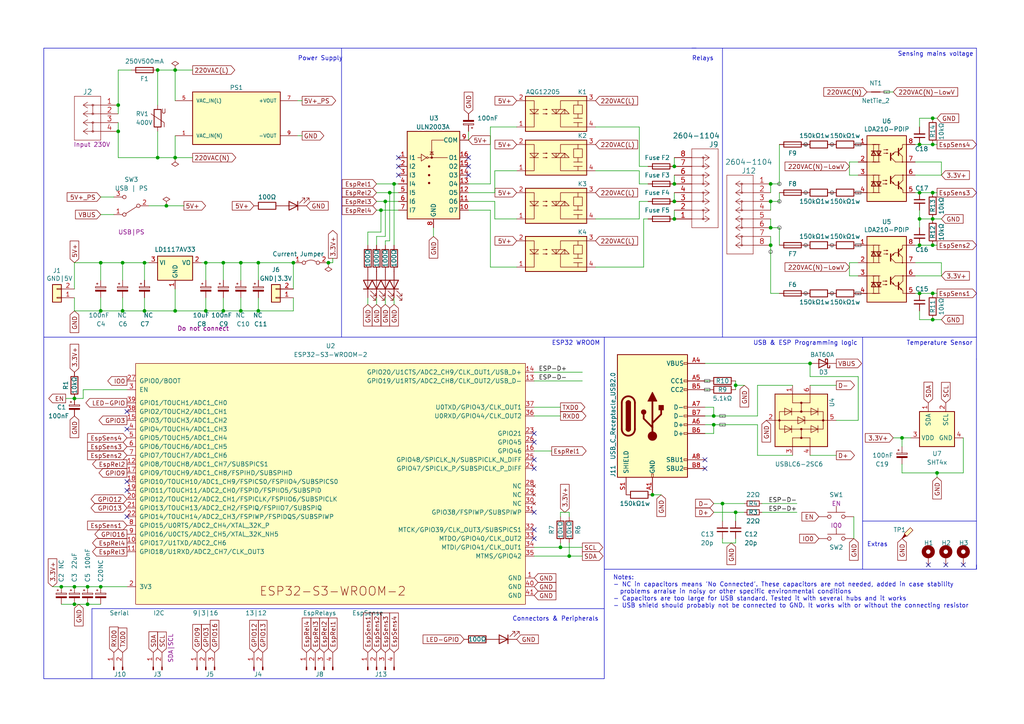
<source format=kicad_sch>
(kicad_sch (version 20230121) (generator eeschema)
  (paper "A4")
  (title_block (title "Home Assistant module for lights control") (date "2023-05-29") (rev "20230529.23"))
  (junction (at 270.51 63.5))
  (junction (at 266.7 85.09))
  (junction (at 21.59 115.57))
  (junction (at 270.51 92.71))
  (junction (at 266.7 63.5))
  (junction (at 165.1 161.29))
  (junction (at 21.59 175.26))
  (junction (at 25.4 175.26))
  (junction (at 41.91 90.17))
  (junction (at 41.91 76.2))
  (junction (at 270.51 71.12))
  (junction (at 59.69 76.2))
  (junction (at 29.21 76.2))
  (junction (at 213.36 148.59))
  (junction (at 35.56 90.17))
  (junction (at 25.4 170.18))
  (junction (at 195.58 48.26))
  (junction (at 223.52 53.34))
  (junction (at 189.23 143.51))
  (junction (at 95.25 76.2))
  (junction (at 223.52 58.42))
  (junction (at 45.72 45.72))
  (junction (at 111.76 58.42))
  (junction (at 271.78 137.16))
  (junction (at 223.52 66.04))
  (junction (at 35.56 76.2))
  (junction (at 69.85 76.2))
  (junction (at 195.58 63.5))
  (junction (at 48.26 59.69))
  (junction (at 17.78 170.18))
  (junction (at 64.77 90.17))
  (junction (at 270.51 41.91))
  (junction (at 113.03 55.88))
  (junction (at 69.85 90.17))
  (junction (at 50.8 45.72))
  (junction (at 110.49 60.96))
  (junction (at 50.8 90.17))
  (junction (at 270.51 85.09))
  (junction (at 270.51 55.88))
  (junction (at 34.29 38.1))
  (junction (at 50.8 20.32))
  (junction (at 195.58 53.34))
  (junction (at 207.01 123.19))
  (junction (at 213.36 111.76))
  (junction (at 59.69 90.17))
  (junction (at 270.51 34.29))
  (junction (at 29.21 90.17))
  (junction (at 21.59 170.18))
  (junction (at 85.09 76.2))
  (junction (at 74.93 76.2))
  (junction (at 29.21 170.18))
  (junction (at 261.62 127))
  (junction (at 266.7 71.12))
  (junction (at 34.29 30.48))
  (junction (at 64.77 76.2))
  (junction (at 195.58 58.42))
  (junction (at 45.72 20.32))
  (junction (at 223.52 71.12))
  (junction (at 207.01 120.65))
  (junction (at 266.7 41.91))
  (junction (at 114.3 53.34))
  (junction (at 266.7 55.88))
  (junction (at 209.55 146.05))
  (junction (at 74.93 90.17))
  (junction (at 162.56 158.75))
  (junction (at 234.95 105.41))
  (no_connect (at 135.89 48.26))
  (no_connect (at 279.4 163.83))
  (no_connect (at 135.89 50.8))
  (no_connect (at 204.47 135.89))
  (no_connect (at 204.47 133.35))
  (no_connect (at 274.32 163.83))
  (no_connect (at 135.89 45.72))
  (no_connect (at 154.94 156.21))
  (no_connect (at 154.94 135.89))
  (no_connect (at 154.94 153.67))
  (no_connect (at 154.94 148.59))
  (no_connect (at 154.94 128.27))
  (no_connect (at 154.94 125.73))
  (no_connect (at 154.94 133.35))
  (no_connect (at 36.83 119.38))
  (no_connect (at 36.83 142.24))
  (no_connect (at 36.83 139.7))
  (no_connect (at 36.83 149.86))
  (no_connect (at 36.83 124.46))
  (no_connect (at 115.57 45.72))
  (no_connect (at 115.57 50.8))
  (no_connect (at 269.24 163.83))
  (no_connect (at 115.57 48.26))
  (polyline (pts (xy 175.26 165.1) (xy 175.26 196.85)))
  (wire (pts (xy 21.59 175.26) (xy 17.78 175.26)))
  (wire (pts (xy 261.62 127) (xy 264.16 127)))
  (wire (pts (xy 259.08 127) (xy 261.62 127)))
  (wire (pts (xy 142.24 77.47) (xy 149.86 77.47)))
  (wire (pts (xy 279.4 127) (xy 279.4 137.16)))
  (wire (pts (xy 187.96 48.26) (xy 185.42 48.26)))
  (wire (pts (xy 270.51 71.12) (xy 266.7 71.12)))
  (wire (pts (xy 64.77 86.36) (xy 64.77 90.17)))
  (wire (pts (xy 106.68 67.31) (xy 106.68 71.12)))
  (wire (pts (xy 204.47 125.73) (xy 207.01 125.73)))
  (wire (pts (xy 185.42 36.83) (xy 172.72 36.83)))
  (wire (pts (xy 21.59 76.2) (xy 21.59 83.82)))
  (wire (pts (xy 45.72 20.32) (xy 50.8 20.32)))
  (wire (pts (xy 259.08 26.67) (xy 256.54 26.67)))
  (wire (pts (xy 219.71 111.76) (xy 229.87 111.76)))
  (wire (pts (xy 64.77 76.2) (xy 69.85 76.2)))
  (wire (pts (xy 209.55 146.05) (xy 215.9 146.05)))
  (wire (pts (xy 109.22 58.42) (xy 111.76 58.42)))
  (wire (pts (xy 266.7 55.88) (xy 265.43 55.88)))
  (wire (pts (xy 226.06 66.04) (xy 223.52 66.04)))
  (wire (pts (xy 207.01 120.65) (xy 207.01 118.11)))
  (wire (pts (xy 154.94 110.49) (xy 168.91 110.49)))
  (polyline (pts (xy 283.21 13.97) (xy 283.21 104.14)))
  (wire (pts (xy 41.91 86.36) (xy 41.91 90.17)))
  (wire (pts (xy 207.01 118.11) (xy 204.47 118.11)))
  (wire (pts (xy 45.72 30.48) (xy 45.72 20.32)))
  (wire (pts (xy 50.8 83.82) (xy 50.8 90.17)))
  (wire (pts (xy 270.51 92.71) (xy 266.7 92.71)))
  (wire (pts (xy 189.23 143.51) (xy 191.77 143.51)))
  (wire (pts (xy 185.42 63.5) (xy 185.42 58.42)))
  (wire (pts (xy 135.89 58.42) (xy 143.51 58.42)))
  (wire (pts (xy 226.06 55.88) (xy 226.06 58.42)))
  (wire (pts (xy 58.42 76.2) (xy 59.69 76.2)))
  (wire (pts (xy 186.69 77.47) (xy 172.72 77.47)))
  (wire (pts (xy 96.52 74.93) (xy 96.52 76.2)))
  (wire (pts (xy 21.59 90.17) (xy 29.21 90.17)))
  (wire (pts (xy 109.22 53.34) (xy 114.3 53.34)))
  (polyline (pts (xy 250.19 97.79) (xy 250.19 165.1)))
  (wire (pts (xy 35.56 76.2) (xy 35.56 81.28)))
  (wire (pts (xy 168.91 158.75) (xy 162.56 158.75)))
  (wire (pts (xy 271.78 85.09) (xy 270.51 85.09)))
  (wire (pts (xy 48.26 59.69) (xy 53.34 59.69)))
  (polyline (pts (xy 175.26 97.79) (xy 175.26 165.1)))
  (wire (pts (xy 29.21 57.15) (xy 33.02 57.15)))
  (wire (pts (xy 113.03 55.88) (xy 113.03 69.85)))
  (wire (pts (xy 261.62 137.16) (xy 271.78 137.16)))
  (polyline (pts (xy 283.21 165.1) (xy 283.21 163.83)))
  (wire (pts (xy 135.89 55.88) (xy 143.51 55.88)))
  (wire (pts (xy 45.72 38.1) (xy 45.72 45.72)))
  (wire (pts (xy 270.51 63.5) (xy 266.7 63.5)))
  (wire (pts (xy 266.7 34.29) (xy 270.51 34.29)))
  (wire (pts (xy 266.7 66.04) (xy 266.7 63.5)))
  (wire (pts (xy 187.96 53.34) (xy 185.42 53.34)))
  (wire (pts (xy 223.52 71.12) (xy 223.52 85.09)))
  (wire (pts (xy 34.29 35.56) (xy 34.29 38.1)))
  (wire (pts (xy 111.76 88.265) (xy 111.76 86.36)))
  (polyline (pts (xy 209.55 13.97) (xy 209.55 97.79)))
  (wire (pts (xy 185.42 58.42) (xy 187.96 58.42)))
  (wire (pts (xy 271.78 34.29) (xy 270.51 34.29)))
  (polyline (pts (xy 175.26 97.79) (xy 283.21 97.79)))
  (wire (pts (xy 209.55 146.05) (xy 209.55 151.13)))
  (polyline (pts (xy 250.19 151.13) (xy 283.21 151.13)))
  (wire (pts (xy 106.68 88.265) (xy 106.68 86.36)))
  (wire (pts (xy 19.05 115.57) (xy 21.59 115.57)))
  (wire (pts (xy 69.85 76.2) (xy 69.85 81.28)))
  (wire (pts (xy 21.59 86.36) (xy 21.59 90.17)))
  (wire (pts (xy 271.78 137.16) (xy 271.78 138.43)))
  (wire (pts (xy 29.21 90.17) (xy 35.56 90.17)))
  (wire (pts (xy 219.71 123.19) (xy 219.71 132.08)))
  (wire (pts (xy 279.4 137.16) (xy 271.78 137.16)))
  (wire (pts (xy 29.21 170.18) (xy 36.83 170.18)))
  (wire (pts (xy 273.05 80.01) (xy 265.43 80.01)))
  (polyline (pts (xy 26.67 196.85) (xy 26.67 176.53)))
  (wire (pts (xy 261.62 134.62) (xy 261.62 137.16)))
  (wire (pts (xy 143.51 49.53) (xy 143.51 55.88)))
  (wire (pts (xy 74.93 76.2) (xy 74.93 81.28)))
  (wire (pts (xy 111.76 68.58) (xy 109.22 68.58)))
  (wire (pts (xy 35.56 76.2) (xy 41.91 76.2)))
  (wire (pts (xy 109.22 68.58) (xy 109.22 71.12)))
  (wire (pts (xy 172.72 63.5) (xy 185.42 63.5)))
  (wire (pts (xy 247.65 149.86) (xy 247.65 156.21)))
  (wire (pts (xy 213.36 156.21) (xy 213.36 157.48)))
  (wire (pts (xy 74.93 90.17) (xy 85.09 90.17)))
  (polyline (pts (xy 201.93 13.97) (xy 200.66 13.97)))
  (wire (pts (xy 209.55 157.48) (xy 213.36 157.48)))
  (wire (pts (xy 50.8 20.32) (xy 50.8 29.21)))
  (wire (pts (xy 34.29 38.1) (xy 34.29 45.72)))
  (wire (pts (xy 168.91 161.29) (xy 165.1 161.29)))
  (wire (pts (xy 213.36 110.49) (xy 213.36 111.76)))
  (wire (pts (xy 50.8 90.17) (xy 59.69 90.17)))
  (wire (pts (xy 21.59 170.18) (xy 25.4 170.18)))
  (wire (pts (xy 142.24 53.34) (xy 135.89 53.34)))
  (wire (pts (xy 266.7 92.71) (xy 266.7 90.17)))
  (wire (pts (xy 59.69 90.17) (xy 64.77 90.17)))
  (wire (pts (xy 111.76 69.85) (xy 111.76 71.12)))
  (wire (pts (xy 226.06 71.12) (xy 226.06 66.04)))
  (wire (pts (xy 15.24 170.18) (xy 17.78 170.18)))
  (wire (pts (xy 246.38 76.2) (xy 248.92 76.2)))
  (wire (pts (xy 213.36 111.76) (xy 213.36 113.03)))
  (wire (pts (xy 85.09 86.36) (xy 85.09 90.17)))
  (wire (pts (xy 74.93 86.36) (xy 74.93 90.17)))
  (wire (pts (xy 17.78 170.18) (xy 21.59 170.18)))
  (wire (pts (xy 270.51 85.09) (xy 266.7 85.09)))
  (wire (pts (xy 185.42 49.53) (xy 172.72 49.53)))
  (wire (pts (xy 110.49 60.96) (xy 115.57 60.96)))
  (wire (pts (xy 205.74 110.49) (xy 204.47 110.49)))
  (wire (pts (xy 162.56 158.75) (xy 154.94 158.75)))
  (wire (pts (xy 273.05 92.71) (xy 270.51 92.71)))
  (wire (pts (xy 229.87 132.08) (xy 219.71 132.08)))
  (wire (pts (xy 25.4 175.26) (xy 29.21 175.26)))
  (wire (pts (xy 223.52 85.09) (xy 226.06 85.09)))
  (wire (pts (xy 187.96 63.5) (xy 186.69 63.5)))
  (wire (pts (xy 246.38 50.8) (xy 246.38 46.99)))
  (wire (pts (xy 213.36 111.76) (xy 215.9 111.76)))
  (wire (pts (xy 41.91 76.2) (xy 41.91 81.28)))
  (wire (pts (xy 195.58 53.34) (xy 195.58 50.8)))
  (wire (pts (xy 195.58 63.5) (xy 195.58 60.96)))
  (wire (pts (xy 114.3 88.265) (xy 114.3 86.36)))
  (wire (pts (xy 223.52 60.96) (xy 223.52 58.42)))
  (wire (pts (xy 266.7 36.83) (xy 266.7 34.29)))
  (wire (pts (xy 271.78 71.12) (xy 270.51 71.12)))
  (wire (pts (xy 29.21 76.2) (xy 35.56 76.2)))
  (wire (pts (xy 242.57 132.08) (xy 234.95 132.08)))
  (wire (pts (xy 273.05 50.8) (xy 273.05 46.99)))
  (wire (pts (xy 29.21 76.2) (xy 29.21 81.28)))
  (wire (pts (xy 86.36 29.21) (xy 87.63 29.21)))
  (wire (pts (xy 59.69 86.36) (xy 59.69 90.17)))
  (wire (pts (xy 85.09 83.82) (xy 85.09 76.2)))
  (wire (pts (xy 213.36 148.59) (xy 215.9 148.59)))
  (polyline (pts (xy 12.7 196.85) (xy 175.26 196.85)))
  (wire (pts (xy 154.94 107.95) (xy 168.91 107.95)))
  (wire (pts (xy 29.21 62.23) (xy 33.02 62.23)))
  (wire (pts (xy 246.38 46.99) (xy 248.92 46.99)))
  (wire (pts (xy 34.29 30.48) (xy 34.29 20.32)))
  (wire (pts (xy 266.7 63.5) (xy 266.7 60.96)))
  (wire (pts (xy 246.38 80.01) (xy 246.38 76.2)))
  (polyline (pts (xy 12.7 97.79) (xy 175.26 97.79)))
  (wire (pts (xy 273.05 76.2) (xy 265.43 76.2)))
  (wire (pts (xy 111.76 58.42) (xy 115.57 58.42)))
  (wire (pts (xy 273.05 63.5) (xy 270.51 63.5)))
  (wire (pts (xy 114.3 53.34) (xy 115.57 53.34)))
  (wire (pts (xy 223.52 66.04) (xy 223.52 63.5)))
  (wire (pts (xy 69.85 90.17) (xy 74.93 90.17)))
  (wire (pts (xy 231.14 146.05) (xy 220.98 146.05)))
  (wire (pts (xy 223.52 55.88) (xy 223.52 53.34)))
  (wire (pts (xy 21.59 76.2) (xy 29.21 76.2)))
  (wire (pts (xy 135.89 40.64) (xy 135.89 38.1)))
  (wire (pts (xy 109.22 88.265) (xy 109.22 86.36)))
  (wire (pts (xy 204.47 123.19) (xy 207.01 123.19)))
  (wire (pts (xy 35.56 86.36) (xy 35.56 90.17)))
  (wire (pts (xy 35.56 90.17) (xy 41.91 90.17)))
  (wire (pts (xy 110.49 60.96) (xy 110.49 67.31)))
  (wire (pts (xy 261.62 127) (xy 261.62 129.54)))
  (wire (pts (xy 64.77 90.17) (xy 69.85 90.17)))
  (wire (pts (xy 149.86 36.83) (xy 142.24 36.83)))
  (wire (pts (xy 25.4 170.18) (xy 29.21 170.18)))
  (wire (pts (xy 135.89 60.96) (xy 142.24 60.96)))
  (polyline (pts (xy 12.7 13.97) (xy 12.7 196.85)))
  (wire (pts (xy 226.06 41.91) (xy 226.06 53.34)))
  (wire (pts (xy 143.51 58.42) (xy 143.51 63.5)))
  (wire (pts (xy 185.42 48.26) (xy 185.42 36.83)))
  (wire (pts (xy 234.95 109.22) (xy 234.95 105.41)))
  (wire (pts (xy 165.1 161.29) (xy 154.94 161.29)))
  (polyline (pts (xy 99.06 13.97) (xy 99.06 97.79)))
  (wire (pts (xy 273.05 50.8) (xy 265.43 50.8)))
  (wire (pts (xy 207.01 148.59) (xy 213.36 148.59)))
  (wire (pts (xy 266.7 41.91) (xy 265.43 41.91)))
  (wire (pts (xy 24.13 113.03) (xy 36.83 113.03)))
  (wire (pts (xy 109.22 55.88) (xy 113.03 55.88)))
  (wire (pts (xy 113.03 55.88) (xy 115.57 55.88)))
  (polyline (pts (xy 175.26 165.1) (xy 175.26 165.1)))
  (wire (pts (xy 41.91 76.2) (xy 43.18 76.2)))
  (wire (pts (xy 50.8 20.32) (xy 55.88 20.32)))
  (wire (pts (xy 74.93 76.2) (xy 85.09 76.2)))
  (wire (pts (xy 219.71 111.76) (xy 219.71 120.65)))
  (wire (pts (xy 165.1 148.59) (xy 162.56 148.59)))
  (wire (pts (xy 109.22 60.96) (xy 110.49 60.96)))
  (wire (pts (xy 162.56 118.11) (xy 154.94 118.11)))
  (wire (pts (xy 226.06 58.42) (xy 223.52 58.42)))
  (wire (pts (xy 242.57 121.92) (xy 248.92 121.92)))
  (wire (pts (xy 271.78 55.88) (xy 270.51 55.88)))
  (wire (pts (xy 165.1 149.86) (xy 165.1 148.59)))
  (wire (pts (xy 59.69 76.2) (xy 64.77 76.2)))
  (wire (pts (xy 69.85 86.36) (xy 69.85 90.17)))
  (wire (pts (xy 24.13 113.03) (xy 24.13 115.57)))
  (wire (pts (xy 266.7 85.09) (xy 265.43 85.09)))
  (wire (pts (xy 59.69 76.2) (xy 59.69 81.28)))
  (polyline (pts (xy 283.21 104.14) (xy 283.21 165.1)))
  (wire (pts (xy 223.52 71.12) (xy 223.52 68.58)))
  (wire (pts (xy 43.18 59.69) (xy 48.26 59.69)))
  (wire (pts (xy 114.3 53.34) (xy 114.3 71.12)))
  (wire (pts (xy 113.03 69.85) (xy 111.76 69.85)))
  (wire (pts (xy 186.69 63.5) (xy 186.69 77.47)))
  (wire (pts (xy 34.29 45.72) (xy 45.72 45.72)))
  (wire (pts (xy 50.8 45.72) (xy 55.88 45.72)))
  (wire (pts (xy 185.42 53.34) (xy 185.42 49.53)))
  (wire (pts (xy 231.14 148.59) (xy 220.98 148.59)))
  (wire (pts (xy 111.76 58.42) (xy 111.76 68.58)))
  (wire (pts (xy 195.58 48.26) (xy 195.58 45.72)))
  (wire (pts (xy 34.29 20.32) (xy 38.1 20.32)))
  (wire (pts (xy 125.73 68.58) (xy 125.73 66.04)))
  (wire (pts (xy 110.49 67.31) (xy 106.68 67.31)))
  (polyline (pts (xy 26.67 176.53) (xy 175.26 176.53)))
  (wire (pts (xy 86.36 39.37) (xy 87.63 39.37)))
  (wire (pts (xy 204.47 120.65) (xy 207.01 120.65)))
  (wire (pts (xy 143.51 49.53) (xy 149.86 49.53)))
  (wire (pts (xy 219.71 123.19) (xy 207.01 123.19)))
  (wire (pts (xy 204.47 105.41) (xy 234.95 105.41)))
  (wire (pts (xy 270.51 55.88) (xy 266.7 55.88)))
  (wire (pts (xy 226.06 53.34) (xy 223.52 53.34)))
  (wire (pts (xy 50.8 45.72) (xy 50.8 39.37)))
  (wire (pts (xy 242.57 111.76) (xy 234.95 111.76)))
  (wire (pts (xy 273.05 46.99) (xy 265.43 46.99)))
  (wire (pts (xy 96.52 76.2) (xy 95.25 76.2)))
  (wire (pts (xy 25.4 175.26) (xy 21.59 175.26)))
  (wire (pts (xy 165.1 157.48) (xy 165.1 161.29)))
  (wire (pts (xy 248.92 80.01) (xy 246.38 80.01)))
  (wire (pts (xy 64.77 76.2) (xy 64.77 81.28)))
  (wire (pts (xy 162.56 148.59) (xy 162.56 149.86)))
  (wire (pts (xy 273.05 80.01) (xy 273.05 76.2)))
  (wire (pts (xy 162.56 157.48) (xy 162.56 158.75)))
  (wire (pts (xy 34.29 30.48) (xy 34.29 33.02)))
  (wire (pts (xy 270.51 41.91) (xy 266.7 41.91)))
  (wire (pts (xy 213.36 148.59) (xy 213.36 151.13)))
  (wire (pts (xy 219.71 120.65) (xy 207.01 120.65)))
  (wire (pts (xy 69.85 76.2) (xy 74.93 76.2)))
  (wire (pts (xy 41.91 90.17) (xy 50.8 90.17)))
  (wire (pts (xy 29.21 86.36) (xy 29.21 90.17)))
  (wire (pts (xy 205.74 113.03) (xy 204.47 113.03)))
  (wire (pts (xy 207.01 125.73) (xy 207.01 123.19)))
  (wire (pts (xy 24.13 115.57) (xy 21.59 115.57)))
  (wire (pts (xy 266.7 71.12) (xy 265.43 71.12)))
  (wire (pts (xy 162.56 120.65) (xy 154.94 120.65)))
  (polyline (pts (xy 12.7 13.97) (xy 283.21 13.97)))
  (wire (pts (xy 207.01 146.05) (xy 209.55 146.05)))
  (wire (pts (xy 149.86 63.5) (xy 143.51 63.5)))
  (wire (pts (xy 45.72 45.72) (xy 50.8 45.72)))
  (wire (pts (xy 195.58 58.42) (xy 195.58 55.88)))
  (wire (pts (xy 248.92 50.8) (xy 246.38 50.8)))
  (wire (pts (xy 142.24 36.83) (xy 142.24 53.34)))
  (wire (pts (xy 248.92 121.92) (xy 248.92 109.22)))
  (wire (pts (xy 209.55 156.21) (xy 209.55 157.48)))
  (wire (pts (xy 248.92 109.22) (xy 234.95 109.22)))
  (wire (pts (xy 160.02 130.81) (xy 154.94 130.81)))
  (wire (pts (xy 142.24 60.96) (xy 142.24 77.47)))
  (wire (pts (xy 271.78 41.91) (xy 270.51 41.91)))
  (polyline (pts (xy 175.26 165.1) (xy 283.21 165.1)))
  (text "USB & ESP Programming logic" (at 218.44 100.33 0) (effects (font (size 1.27 1.27)) (justify left bottom)))
  (text "Relays" (at 200.66 17.78 0) (effects (font (size 1.27 1.27)) (justify left bottom)))
  (text "Temperature Sensor" (at 262.89 100.33 0) (effects (font (size 1.27 1.27)) (justify left bottom)))
  (text "Power Supply" (at 86.36 17.78 0) (effects (font (size 1.27 1.27)) (justify left bottom)))
  (text "Extras" (at 251.46 158.75 0) (effects (font (size 1.27 1.27)) (justify left bottom)))
  (text "Connectors & Peripherals" (at 148.59 180.34 0) (effects (font (size 1.27 1.27)) (justify left bottom)))
  (text "ESP32 WROOM\n" (at 160.02 100.33 0) (effects (font (size 1.27 1.27)) (justify left bottom)))
  (text "Notes:\n- NC in capacitors means 'No Connected'. These capacitors are not needed, added in case stability \n  problems arraise in noisy or other specific environmental conditions\n- Capacitors are too large for USB standard. Tested it with several hubs and it works\n- USB shield should probably not be connected to GND. It works with or without the connecting resistor" (at 177.8 176.53 0) (effects (font (size 1.27 1.27)) (justify left bottom)))
  (text "Sensing mains voltage" (at 260.35 16.51 0) (effects (font (size 1.27 1.27)) (justify left bottom)))
  (label "ESP-D+" (at 156.21 107.95 0))
  (label "ESP-D-" (at 156.21 110.49 0))
  (label "ESP-D-" (at 231.14 146.05 180))
  (label "ESP-D+" (at 231.14 148.59 180))
  (global_label "3.3V+" (shape input) (at 21.59 107.95 90) (property "Intersheetrefs" "${INTERSHEET_REFS}" (effects hide)))
  (global_label "GND" (shape input) (at 212.09 157.48 270) (property "Intersheetrefs" "${INTERSHEET_REFS}" (effects hide)))
  (global_label "GPIO9" (shape input) (at 57.15 189.23 90) (property "Intersheetrefs" "${INTERSHEET_REFS}" (effects hide)))
  (global_label "EspRel2" (shape input) (at 93.98 189.23 90) (property "Intersheetrefs" "${INTERSHEET_REFS}" (effects hide)))
  (global_label "GND" (shape input) (at 154.94 167.64 0) (property "Intersheetrefs" "${INTERSHEET_REFS}" (effects hide)))
  (global_label "GND" (shape input) (at 271.78 34.29 0) (property "Intersheetrefs" "${INTERSHEET_REFS}" (effects hide)))
  (global_label "220VAC(L)" (shape output) (at 55.88 20.32 0) (property "Intersheetrefs" "${INTERSHEET_REFS}" (effects hide)))
  (global_label "VBUS" (shape input) (at 29.21 62.23 180) (property "Intersheetrefs" "${INTERSHEET_REFS}" (effects hide)))
  (global_label "EN" (shape output) (at 19.05 115.57 180) (property "Intersheetrefs" "${INTERSHEET_REFS}" (effects hide)))
  (global_label "5V+" (shape input) (at 149.86 41.91 180) (property "Intersheetrefs" "${INTERSHEET_REFS}" (effects hide)))
  (global_label "220VAC(L)" (shape input) (at 172.72 69.85 0) (property "Intersheetrefs" "${INTERSHEET_REFS}" (effects hide)))
  (global_label "EspSens3" (shape output) (at 271.78 55.88 0) (property "Intersheetrefs" "${INTERSHEET_REFS}" (effects hide)))
  (global_label "5V+" (shape input) (at 149.86 69.85 180) (property "Intersheetrefs" "${INTERSHEET_REFS}" (effects hide)))
  (global_label "SDA" (shape input) (at 44.45 189.23 90) (property "Intersheetrefs" "${INTERSHEET_REFS}" (effects hide)))
  (global_label "RXD0" (shape output) (at 162.56 120.65 0) (property "Intersheetrefs" "${INTERSHEET_REFS}" (effects hide)))
  (global_label "GND" (shape input) (at 21.59 120.65 270) (property "Intersheetrefs" "${INTERSHEET_REFS}" (effects hide)))
  (global_label "RXD0" (shape input) (at 33.02 189.23 90) (property "Intersheetrefs" "${INTERSHEET_REFS}" (effects hide)))
  (global_label "5V+_PS" (shape output) (at 87.63 29.21 0) (property "Intersheetrefs" "${INTERSHEET_REFS}" (effects hide)))
  (global_label "GND" (shape input) (at 271.78 138.43 270) (property "Intersheetrefs" "${INTERSHEET_REFS}" (effects hide)))
  (global_label "220VAC(N)-LowV" (shape input) (at 246.38 48.26 180) (property "Intersheetrefs" "${INTERSHEET_REFS}" (effects hide)))
  (global_label "220VAC(N)-LowV" (shape input) (at 259.08 26.67 0) (property "Intersheetrefs" "${INTERSHEET_REFS}" (effects hide)))
  (global_label "TXD0" (shape input) (at 35.56 189.23 90) (property "Intersheetrefs" "${INTERSHEET_REFS}" (effects hide)))
  (global_label "GND" (shape input) (at 261.62 156.21 270) (property "Intersheetrefs" "${INTERSHEET_REFS}" (effects hide)))
  (global_label "EspRel1" (shape input) (at 109.22 53.34 180) (property "Intersheetrefs" "${INTERSHEET_REFS}" (effects hide)))
  (global_label "SDA" (shape input) (at 269.24 116.84 90) (property "Intersheetrefs" "${INTERSHEET_REFS}" (effects hide)))
  (global_label "GND" (shape input) (at 191.77 143.51 270) (property "Intersheetrefs" "${INTERSHEET_REFS}" (effects hide)))
  (global_label "GND" (shape input) (at 109.22 88.265 270) (property "Intersheetrefs" "${INTERSHEET_REFS}" (effects hide)))
  (global_label "SDA" (shape output) (at 168.91 161.29 0) (property "Intersheetrefs" "${INTERSHEET_REFS}" (effects hide)))
  (global_label "EspSens3" (shape input) (at 111.76 189.23 90) (property "Intersheetrefs" "${INTERSHEET_REFS}" (effects hide)))
  (global_label "D+" (shape output) (at 242.57 132.08 0) (property "Intersheetrefs" "${INTERSHEET_REFS}" (effects hide)))
  (global_label "220VAC(N)" (shape input) (at 251.46 26.67 180) (property "Intersheetrefs" "${INTERSHEET_REFS}" (effects hide)))
  (global_label "EspSens1" (shape input) (at 106.68 189.23 90) (property "Intersheetrefs" "${INTERSHEET_REFS}" (effects hide)))
  (global_label "GND" (shape input) (at 247.65 156.21 270) (property "Intersheetrefs" "${INTERSHEET_REFS}" (effects hide)))
  (global_label "IO0" (shape output) (at 36.83 110.49 180) (property "Intersheetrefs" "${INTERSHEET_REFS}" (effects hide)))
  (global_label "3.3V+" (shape input) (at 259.08 127 180) (property "Intersheetrefs" "${INTERSHEET_REFS}" (effects hide)))
  (global_label "GND" (shape input) (at 149.86 185.42 0) (property "Intersheetrefs" "${INTERSHEET_REFS}" (effects hide)))
  (global_label "LED-GPIO" (shape input) (at 134.62 185.42 180) (property "Intersheetrefs" "${INTERSHEET_REFS}" (effects hide)))
  (global_label "EspSens2" (shape output) (at 271.78 71.12 0) (property "Intersheetrefs" "${INTERSHEET_REFS}" (effects hide)))
  (global_label "5V+" (shape input) (at 21.59 76.2 90) (property "Intersheetrefs" "${INTERSHEET_REFS}" (effects hide)))
  (global_label "220VAC(L)" (shape input) (at 172.72 41.91 0) (property "Intersheetrefs" "${INTERSHEET_REFS}" (effects hide)))
  (global_label "GND" (shape input) (at 215.9 111.76 270) (property "Intersheetrefs" "${INTERSHEET_REFS}" (effects hide)))
  (global_label "D-" (shape input) (at 207.01 146.05 180) (property "Intersheetrefs" "${INTERSHEET_REFS}" (effects hide)))
  (global_label "GND" (shape output) (at 87.63 39.37 0) (property "Intersheetrefs" "${INTERSHEET_REFS}" (effects hide)))
  (global_label "GND" (shape input) (at 21.59 90.17 270) (property "Intersheetrefs" "${INTERSHEET_REFS}" (effects hide)))
  (global_label "5V+" (shape input) (at 73.66 59.69 180) (property "Intersheetrefs" "${INTERSHEET_REFS}" (effects hide)))
  (global_label "5V+" (shape input) (at 135.89 40.64 0) (property "Intersheetrefs" "${INTERSHEET_REFS}" (effects hide)))
  (global_label "EspRel4" (shape input) (at 109.22 60.96 180) (property "Intersheetrefs" "${INTERSHEET_REFS}" (effects hide)))
  (global_label "5V+" (shape input) (at 149.86 55.88 180) (property "Intersheetrefs" "${INTERSHEET_REFS}" (effects hide)))
  (global_label "3.3V+" (shape input) (at 273.05 80.01 0) (property "Intersheetrefs" "${INTERSHEET_REFS}" (effects hide)))
  (global_label "EspRel3" (shape input) (at 91.44 189.23 90) (property "Intersheetrefs" "${INTERSHEET_REFS}" (effects hide)))
  (global_label "EspRel4" (shape output) (at 36.83 157.48 180) (property "Intersheetrefs" "${INTERSHEET_REFS}" (effects hide)))
  (global_label "SCL" (shape input) (at 46.99 189.23 90) (property "Intersheetrefs" "${INTERSHEET_REFS}" (effects hide)))
  (global_label "VBUS" (shape output) (at 242.57 105.41 0) (property "Intersheetrefs" "${INTERSHEET_REFS}" (effects hide)))
  (global_label "GND" (shape input) (at 273.05 63.5 0) (property "Intersheetrefs" "${INTERSHEET_REFS}" (effects hide)))
  (global_label "GND" (shape input) (at 154.94 170.18 0) (property "Intersheetrefs" "${INTERSHEET_REFS}" (effects hide)))
  (global_label "GND" (shape input) (at 154.94 172.72 0) (property "Intersheetrefs" "${INTERSHEET_REFS}" (effects hide)))
  (global_label "GPIO13" (shape input) (at 76.2 189.23 90) (property "Intersheetrefs" "${INTERSHEET_REFS}" (effects hide)))
  (global_label "GND" (shape input) (at 22.86 175.26 270) (property "Intersheetrefs" "${INTERSHEET_REFS}" (effects hide)))
  (global_label "GND" (shape input) (at 114.3 88.265 270) (property "Intersheetrefs" "${INTERSHEET_REFS}" (effects hide)))
  (global_label "EspRel2" (shape input) (at 109.22 55.88 180) (property "Intersheetrefs" "${INTERSHEET_REFS}" (effects hide)))
  (global_label "IO0" (shape input) (at 237.49 156.21 180) (property "Intersheetrefs" "${INTERSHEET_REFS}" (effects hide)))
  (global_label "GND" (shape input) (at 125.73 68.58 270) (property "Intersheetrefs" "${INTERSHEET_REFS}" (effects hide)))
  (global_label "EspRel1" (shape output) (at 160.02 130.81 0) (property "Intersheetrefs" "${INTERSHEET_REFS}" (effects hide)))
  (global_label "EspSens1" (shape output) (at 271.78 85.09 0) (property "Intersheetrefs" "${INTERSHEET_REFS}" (effects hide)))
  (global_label "3.3V+" (shape output) (at 96.52 74.93 90) (property "Intersheetrefs" "${INTERSHEET_REFS}" (effects hide)))
  (global_label "EspSens2" (shape input) (at 109.22 189.23 90) (property "Intersheetrefs" "${INTERSHEET_REFS}" (effects hide)))
  (global_label "5V+_PS" (shape input) (at 29.21 57.15 180) (property "Intersheetrefs" "${INTERSHEET_REFS}" (effects hide)))
  (global_label "3.3V+" (shape input) (at 163.83 148.59 90) (property "Intersheetrefs" "${INTERSHEET_REFS}" (effects hide)))
  (global_label "3.3V+" (shape input) (at 15.24 170.18 90) (property "Intersheetrefs" "${INTERSHEET_REFS}" (effects hide)))
  (global_label "GPIO12" (shape input) (at 73.66 189.23 90) (property "Intersheetrefs" "${INTERSHEET_REFS}" (effects hide)))
  (global_label "3.3V+" (shape input) (at 273.05 50.8 0) (property "Intersheetrefs" "${INTERSHEET_REFS}" (effects hide)))
  (global_label "220VAC(L)" (shape input) (at 172.72 29.21 0) (property "Intersheetrefs" "${INTERSHEET_REFS}" (effects hide)))
  (global_label "GPIO12" (shape bidirectional) (at 36.83 144.78 180) (property "Intersheetrefs" "${INTERSHEET_REFS}" (effects hide)))
  (global_label "GPIO9" (shape output) (at 36.83 137.16 180) (property "Intersheetrefs" "${INTERSHEET_REFS}" (effects hide)))
  (global_label "GND" (shape input) (at 88.9 59.69 0) (property "Intersheetrefs" "${INTERSHEET_REFS}" (effects hide)))
  (global_label "GPIO16" (shape output) (at 36.83 154.94 180) (property "Intersheetrefs" "${INTERSHEET_REFS}" (effects hide)))
  (global_label "EspRel3" (shape input) (at 109.22 58.42 180) (property "Intersheetrefs" "${INTERSHEET_REFS}" (effects hide)))
  (global_label "EN" (shape input) (at 237.49 149.86 180) (property "Intersheetrefs" "${INTERSHEET_REFS}" (effects hide)))
  (global_label "5V+" (shape input) (at 149.86 29.21 180) (property "Intersheetrefs" "${INTERSHEET_REFS}" (effects hide)))
  (global_label "GPIO3" (shape input) (at 59.69 189.23 90) (property "Intersheetrefs" "${INTERSHEET_REFS}" (effects hide)))
  (global_label "EspSens3" (shape input) (at 36.83 129.54 180) (property "Intersheetrefs" "${INTERSHEET_REFS}" (effects hide)))
  (global_label "5V+" (shape output) (at 53.34 59.69 0) (property "Intersheetrefs" "${INTERSHEET_REFS}" (effects hide)))
  (global_label "GND" (shape input) (at 273.05 92.71 0) (property "Intersheetrefs" "${INTERSHEET_REFS}" (effects hide)))
  (global_label "D+" (shape input) (at 207.01 148.59 180) (property "Intersheetrefs" "${INTERSHEET_REFS}" (effects hide)))
  (global_label "TXD0" (shape output) (at 162.56 118.11 0) (property "Intersheetrefs" "${INTERSHEET_REFS}" (effects hide)))
  (global_label "220VAC(N)" (shape output) (at 55.88 45.72 0) (property "Intersheetrefs" "${INTERSHEET_REFS}" (effects hide)))
  (global_label "GND" (shape input) (at 222.25 121.92 270) (property "Intersheetrefs" "${INTERSHEET_REFS}" (effects hide)))
  (global_label "EspSens4" (shape input) (at 114.3 189.23 90) (property "Intersheetrefs" "${INTERSHEET_REFS}" (effects hide)))
  (global_label "D-" (shape output) (at 242.57 111.76 0) (property "Intersheetrefs" "${INTERSHEET_REFS}" (effects hide)))
  (global_label "LED-GPIO" (shape output) (at 36.83 116.84 180) (property "Intersheetrefs" "${INTERSHEET_REFS}" (effects hide)))
  (global_label "GND" (shape input) (at 106.68 88.265 270) (property "Intersheetrefs" "${INTERSHEET_REFS}" (effects hide)))
  (global_label "SCL" (shape output) (at 168.91 158.75 0) (property "Intersheetrefs" "${INTERSHEET_REFS}" (effects hide)))
  (global_label "EspRel1" (shape input) (at 96.52 189.23 90) (property "Intersheetrefs" "${INTERSHEET_REFS}" (effects hide)))
  (global_label "EspRel2" (shape output) (at 36.83 134.62 180) (property "Intersheetrefs" "${INTERSHEET_REFS}" (effects hide)))
  (global_label "220VAC(N)-LowV" (shape input) (at 246.38 77.47 180) (property "Intersheetrefs" "${INTERSHEET_REFS}" (effects hide)))
  (global_label "220VAC(L)" (shape input) (at 172.72 55.88 0) (property "Intersheetrefs" "${INTERSHEET_REFS}" (effects hide)))
  (global_label "EspSens4" (shape input) (at 36.83 127 180) (property "Intersheetrefs" "${INTERSHEET_REFS}" (effects hide)))
  (global_label "EspSens2" (shape input) (at 36.83 132.08 180) (property "Intersheetrefs" "${INTERSHEET_REFS}" (effects hide)))
  (global_label "GND" (shape input) (at 111.76 88.265 270) (property "Intersheetrefs" "${INTERSHEET_REFS}" (effects hide)))
  (global_label "EspRel3" (shape output) (at 36.83 160.02 180) (property "Intersheetrefs" "${INTERSHEET_REFS}" (effects hide)))
  (global_label "GND" (shape input) (at 135.89 33.02 90) (property "Intersheetrefs" "${INTERSHEET_REFS}" (effects hide)))
  (global_label "EspSens1" (shape input) (at 36.83 152.4 180) (property "Intersheetrefs" "${INTERSHEET_REFS}" (effects hide)))
  (global_label "SCL" (shape input) (at 274.32 116.84 90) (property "Intersheetrefs" "${INTERSHEET_REFS}" (effects hide)))
  (global_label "EspRel4" (shape input) (at 88.9 189.23 90) (property "Intersheetrefs" "${INTERSHEET_REFS}" (effects hide)))
  (global_label "EspSens4" (shape output) (at 271.78 41.91 0) (property "Intersheetrefs" "${INTERSHEET_REFS}" (effects hide)))
  (global_label "GPIO13" (shape bidirectional) (at 36.83 147.32 180) (property "Intersheetrefs" "${INTERSHEET_REFS}" (effects hide)))
  (global_label "GPIO16" (shape input) (at 62.23 189.23 90) (property "Intersheetrefs" "${INTERSHEET_REFS}" (effects hide)))
  (global_label "GPIO3" (shape output) (at 36.83 121.92 180) (property "Intersheetrefs" "${INTERSHEET_REFS}" (effects hide)))
  (netclass_flag "" (length 0.01) (shape round) (at 241.3 85.09 0) (property "Netclass" "Mains" (effects hide)))
  (netclass_flag "" (length 0.01) (shape round) (at 233.68 41.91 0) (property "Netclass" "Mains" (effects hide)))
  (netclass_flag "" (length 0.01) (shape round) (at 241.3 55.88 0) (property "Netclass" "Mains" (effects hide)))
  (netclass_flag "" (length 0.01) (shape round) (at 233.68 85.09 0) (property "Netclass" "Mains" (effects hide)))
  (netclass_flag "" (length 0.01) (shape round) (at 233.68 55.88 0) (property "Netclass" "Mains" (effects hide)))
  (netclass_flag "" (length 0.01) (shape round) (at 233.68 41.91 0) (property "Netclass" "Mains" (effects hide)))
  (netclass_flag "" (length 0.01) (shape round) (at 241.3 71.12 0) (property "Netclass" "Mains" (effects hide)))
  (netclass_flag "" (length 0.01) (shape rectangle) (at 248.92 85.09 0))
  (netclass_flag "" (length 0.01) (shape round) (at 241.3 41.91 0) (property "Netclass" "Mains" (effects hide)))
  (netclass_flag "" (length 0.01) (shape round) (at 226.06 66.04 0) (property "Netclass" "Mains" (effects hide)))
  (netclass_flag "" (length 0.01) (shape rectangle) (at 257.175 26.67 0))
  (netclass_flag "" (length 0.01) (shape round) (at 233.68 71.12 0) (property "Netclass" "Mains" (effects hide)))
  (netclass_flag "" (length 0.01) (shape rectangle) (at 209.55 123.19 0))
  (netclass_flag "" (length 0.01) (shape rectangle) (at 248.92 71.12 0))
  (netclass_flag "" (length 0.01) (shape rectangle) (at 248.92 55.88 0))
  (netclass_flag "" (length 0.01) (shape round) (at 226.06 58.42 0) (property "Netclass" "Mains" (effects hide)))
  (netclass_flag "" (length 0.01) (shape round) (at 226.06 53.34 0) (property "Netclass" "Mains" (effects hide)))
  (netclass_flag "" (length 0.01) (shape rectangle) (at 205.105 113.03 0))
  (netclass_flag "" (length 0.01) (shape rectangle) (at 205.105 110.49 0) (property "Netclass" "USB" (effects hide)))
  (netclass_flag "" (length 0.01) (shape rectangle) (at 248.92 41.91 0))
  (netclass_flag "" (length 0.01) (shape round) (at 223.52 73.025 0) (property "Netclass" "Mains" (effects hide)))
  (netclass_flag "" (length 0.01) (shape rectangle) (at 209.55 120.65 0))
  (symbol (lib_id "Device:R") (at 245.11 71.12 90) (unit 1)
    (property "Reference" "R16" (effects hide))
    (property "Value" "150kΩ1w" (at 245.11 68.58 90))
    (property "Footprint" "Resistor_SMD:R_2512_6332Metric_Pad1.40x3.35mm_HandSolder" (effects hide))
    (property "JLCPCB" "C25719" (effects hide))
    (property "LCSC" "C25719" (effects hide))
  )
  (symbol (lib_id "Transistor_Array:ULN2003A") (at 125.73 50.8 0) (unit 1)
    (property "Reference" "U3" (at 124.46 34.29 0) (effects (justify left)))
    (property "Value" "ULN2003A" (at 120.65 36.83 0) (effects (justify left)))
    (property "Footprint" "Package_SO:SOIC-16_3.9x9.9mm_P1.27mm" (effects hide))
    (property "Datasheet" "http://www.ti.com/lit/ds/symlink/uln2003a.pdf" (effects hide))
    (property "JLCPCB" "C7512" (effects hide))
    (property "LCSC" "C7512" (effects hide))
  )
  (symbol (lib_id "Device:R") (at 245.11 85.09 90) (unit 1)
    (property "Reference" "R15" (effects hide))
    (property "Value" "150kΩ1w" (at 245.11 87.63 90))
    (property "Footprint" "Resistor_SMD:R_2512_6332Metric_Pad1.40x3.35mm_HandSolder" (effects hide))
    (property "JLCPCB" "C25719" (effects hide))
    (property "LCSC" "C25719" (effects hide))
  )
  (symbol (lib_id "Device:Fuse") (at 41.91 20.32 90) (unit 1)
    (property "Reference" "F1" (at 41.91 22.86 90))
    (property "Value" "250V500mA" (at 41.91 17.78 90))
    (property "Footprint" "Fuse:Fuseholder_TR5_Littelfuse_No560_No460" (effects hide))
  )
  (symbol (lib_id "Device:Varistor") (at 45.72 34.29 180) (unit 1)
    (property "Reference" "RV1" (at 39.37 33.02 0) (effects (justify right)))
    (property "Value" "400V" (at 39.37 35.56 0) (effects (justify right)))
    (property "Footprint" "Varistor:RV_Disc_D12mm_W4.2mm_P7.5mm" (effects hide))
  )
  (symbol (lib_id "Regulator_Linear:LD1117S33TR_SOT223") (at 50.8 76.2 0) (unit 1)
    (property "Reference" "U1" (effects hide))
    (property "Value" "LD1117AV33" (at 50.8 72.3646 0))
    (property "Footprint" "Package_TO_SOT_THT:TO-220-3_Vertical" (effects hide))
    (property "Datasheet" "http://www.st.com/st-web-ui/static/active/en/resource/technical/document/datasheet/CD00000544.pdf" (effects hide))
  )
  (symbol (lib_id "Connector_Generic:Conn_01x02") (at 16.51 86.36 180) (unit 1)
    (property "Reference" "J1" (at 16.51 78.486 0))
    (property "Value" "GND|5V" (at 17.272 80.772 0))
    (property "Footprint" "Connector_JST:JST_XH_B2B-XH-A_1x02_P2.50mm_Vertical" (effects hide))
  )
  (symbol (lib_id "RAC05-05SK_277:RAC05-05SK{slash}277") (at 68.58 34.29 0) (unit 1)
    (property "Reference" "PS1" (at 68.58 25.4 0))
    (property "Value" "RAC05-05SK/277" (effects hide))
    (property "Footprint" "rac05-05sk:277" (effects hide))
    (property "STANDARD" "Manufacturer Recommendations" (effects hide))
    (property "MAXIMUM_PACKAGE_HEIGHT" "21.8mm" (effects hide))
    (property "MANUFACTURER" "RECOM" (effects hide))
    (property "PARTREV" "N/A" (effects hide))
  )
  (symbol (lib_id "Device:C_Polarized_Small") (at 59.69 83.82 0) (unit 1)
    (property "Reference" "C8" (at 57.15 93.98 0) (effects (justify left)))
    (property "Value" "10uF" (at 55.88 91.44 0) (effects (justify left)))
    (property "Footprint" "Capacitor_THT:CP_Radial_D6.3mm_P2.50mm" (effects hide))
    (property "Field4" "Do not connect" (at 58.928 95.25 0))
  )
  (symbol (lib_id "Connector_Generic:Conn_01x02") (at 80.01 86.36 180) (unit 1)
    (property "Reference" "J6" (at 80.01 78.232 0))
    (property "Value" "GND|3.3V" (at 80.01 80.772 0))
    (property "Footprint" "Connector_JST:JST_XH_B2B-XH-A_1x02_P2.50mm_Vertical" (effects hide))
  )
  (symbol (lib_id "Jumper:Jumper_2_Bridged") (at 90.17 76.2 0) (unit 1)
    (property "Reference" "J7" (effects hide))
    (property "Value" "Current Jumper" (at 93.98 73.66 0) (effects (justify right)))
    (property "Footprint" "Connector_PinHeader_2.54mm:PinHeader_1x02_P2.54mm_Vertical" (effects hide))
  )
  (symbol (lib_id "Device:R") (at 237.49 71.12 90) (unit 1)
    (property "Reference" "R20" (effects hide))
    (property "Value" "150kΩ1w" (at 236.22 68.58 90))
    (property "Footprint" "Resistor_SMD:R_2512_6332Metric_Pad1.40x3.35mm_HandSolder" (effects hide))
    (property "JLCPCB" "C25719" (effects hide))
    (property "LCSC" "C25719" (effects hide))
  )
  (symbol (lib_id "Device:R") (at 237.49 85.09 90) (unit 1)
    (property "Reference" "R19" (effects hide))
    (property "Value" "150kΩ1w" (at 236.22 87.63 90))
    (property "Footprint" "Resistor_SMD:R_2512_6332Metric_Pad1.40x3.35mm_HandSolder" (effects hide))
    (property "JLCPCB" "C25719" (effects hide))
    (property "LCSC" "C25719" (effects hide))
  )
  (symbol (lib_id "Device:C_Polarized_Small") (at 41.91 83.82 0) (unit 1)
    (property "Reference" "C7" (at 40.64 93.98 0) (effects (justify left)))
    (property "Value" "NC" (at 44.45 91.44 0) (effects (justify right)))
    (property "Footprint" "Capacitor_SMD:C_0805_2012Metric_Pad1.18x1.45mm_HandSolder" (effects hide))
    (property "Datasheet" "https://www.distrelec.ch/en/ceramic-capacitor-100nf-50vdc-0805-rnd-components-rnd-1500805b104j500nt/p/30086635?q=smd+capacitor+&pos=5&origPos=990&origPageSize=50&track=true" (effects hide))
  )
  (symbol (lib_id "Device:C_Polarized_Small") (at 135.89 35.56 180) (unit 1)
    (property "Reference" "C14" (effects hide))
    (property "Value" "100nF" (at 138.43 34.29 0) (effects (justify right)))
    (property "Footprint" "Capacitor_SMD:C_0603_1608Metric_Pad1.08x0.95mm_HandSolder" (effects hide))
    (property "Datasheet" "https://www.distrelec.ch/en/ceramic-capacitor-100nf-50vdc-0805-rnd-components-rnd-1500805b104j500nt/p/30086635?q=smd+capacitor+&pos=5&origPos=990&origPageSize=50&track=true" (effects hide))
    (property "JLCPCB" "C14663" (effects hide))
    (property "LCSC" "C14663" (effects hide))
  )
  (symbol (lib_id "wago-2604-1104:2604-1104") (at 213.36 60.96 180) (unit 1)
    (property "Reference" "J12" (at 217.17 49.53 0) (effects (font (size 1.524 1.524))))
    (property "Value" "2604-1104" (at 217.17 46.99 0) (effects (font (size 1.524 1.524))))
    (property "Footprint" "wago-2604-1104:big_pads_2604-1104" (effects hide))
  )
  (symbol (lib_name "2604-1104_1") (lib_id "wago-2604-1104:2604-1104") (at 205.74 55.88 0) (unit 1)
    (property "Reference" "J9" (at 207.01 41.91 0) (effects (font (size 1.524 1.524))))
    (property "Value" "2604-1104" (at 201.93 39.37 0) (effects (font (size 1.524 1.524))))
    (property "Footprint" "wago-2604-1104:big_pads_2604-1104" (effects hide))
  )
  (symbol (lib_id "power:PWR_FLAG") (at 50.8 45.72 180) (unit 1)
    (property "Reference" "#FLG0102" (effects hide))
    (property "Value" "PWR_FLAG" (effects hide))
  )
  (symbol (lib_id "wago-2604-1102:2604-1102") (at 24.13 33.02 180) (unit 1)
    (property "Reference" "J2" (at 25.4 26.67 0) (effects (font (size 1.524 1.524))))
    (property "Value" "2604-1102" (effects hide))
    (property "Footprint" "wago-2604-1102:big_pads_2604-1102" (effects hide))
    (property "Text" "Input 230V" (at 26.67 41.91 0))
  )
  (symbol (lib_id "Device:R") (at 77.47 59.69 270) (unit 1)
    (property "Reference" "R2" (effects hide))
    (property "Value" "100Ω" (at 77.47 57.15 90))
    (property "Footprint" "Resistor_SMD:R_0805_2012Metric_Pad1.20x1.40mm_HandSolder" (effects hide))
    (property "Datasheet" "https://www.distrelec.ch/en/high-power-thick-film-smd-resistor-0805-150ohm-330mw-rnd-components-rnd-155hp05w3f1500t5e/p/30111774?q=*&pos=2&origPos=1787&origPageSize=50&track=true" (effects hide))
    (property "JLCPCB" "C17408" (effects hide))
    (property "LCSC" "C17408" (effects hide))
  )
  (symbol (lib_id "Device:C_Polarized_Small") (at 64.77 83.82 0) (unit 1)
    (property "Reference" "C9" (at 63.5 93.98 0) (effects (justify left)))
    (property "Value" "100nF" (at 67.31 91.44 0) (effects (justify right)))
    (property "Footprint" "Capacitor_SMD:C_0603_1608Metric_Pad1.08x0.95mm_HandSolder" (effects hide))
    (property "Datasheet" "https://www.distrelec.ch/en/ceramic-capacitor-100nf-50vdc-0805-rnd-components-rnd-1500805b104j500nt/p/30086635?q=smd+capacitor+&pos=5&origPos=990&origPageSize=50&track=true" (effects hide))
    (property "JLCPCB" "C14663" (effects hide))
    (property "LCSC" "C14663" (effects hide))
  )
  (symbol (lib_id "Device:LED") (at 85.09 59.69 180) (unit 1)
    (property "Reference" "D1" (effects hide))
    (property "Value" "LED" (effects hide))
    (property "Footprint" "LED_SMD:LED_0805_2012Metric_Pad1.15x1.40mm_HandSolder" (effects hide))
    (property "Datasheet" "https://www.distrelec.ch/en/smd-led-green-575nm-20ma-2v-140-everlight-electronics-17-21sygc-s530-e1-tr8/p/17531205?q=*&pos=9&origPos=371&origPageSize=50&track=true" (effects hide))
    (property "JLCPCB" "C2297" (effects hide))
    (property "LCSC" "C2297" (effects hide))
  )
  (symbol (lib_id "Mechanical:MountingHole_Pad") (at 269.24 161.29 0) (unit 1)
    (property "Reference" "H1" (at 267.97 157.48 0) (effects (justify left)))
    (property "Value" "MountingHole_Pad" (effects hide))
    (property "Footprint" "MountingHole:MountingHole_3.2mm_M3_ISO14580_Pad" (effects hide))
  )
  (symbol (lib_id "Mechanical:MountingHole_Pad") (at 274.32 161.29 0) (unit 1)
    (property "Reference" "H2" (at 273.05 157.48 0) (effects (justify left)))
    (property "Value" "MountingHole_Pad" (effects hide))
    (property "Footprint" "MountingHole:MountingHole_3.2mm_M3_ISO14580_Pad" (effects hide))
  )
  (symbol (lib_id "Switch:SW_Push") (at 242.57 149.86 0) (unit 1)
    (property "Reference" "SW1" (at 242.57 143.51 0))
    (property "Value" "Switch" (effects hide))
    (property "Footprint" "Button_Switch_SMD:SW_SPST_TL3342" (effects hide))
    (property "JLCPCB" "C318884" (effects hide))
    (property "Label" "EN" (at 242.57 146.05 0))
    (property "LCSC" "C318884" (effects hide))
  )
  (symbol (lib_id "Switch:SW_Push") (at 242.57 156.21 0) (unit 1)
    (property "Reference" "SW2" (at 242.57 158.75 0))
    (property "Value" "Switch" (effects hide))
    (property "Footprint" "Button_Switch_SMD:SW_SPST_TL3342" (effects hide))
    (property "JLCPCB" "C318884" (effects hide))
    (property "Label" "IO0" (at 242.57 152.4 0))
    (property "LCSC" "C318884" (effects hide))
  )
  (symbol (lib_id "Device:R") (at 21.59 111.76 180) (unit 1)
    (property "Reference" "R1" (at 19.05 111.76 90))
    (property "Value" "10kΩ" (at 21.59 111.76 90))
    (property "Footprint" "Resistor_SMD:R_0603_1608Metric_Pad0.98x0.95mm_HandSolder" (effects hide))
    (property "Datasheet" "0603WAF1002T5E" (effects hide))
    (property "JLCPCB" "C25804" (effects hide))
    (property "LCSC" "C25804" (effects hide))
  )
  (symbol (lib_id "Device:C_Polarized_Small") (at 21.59 118.11 0) (unit 1)
    (property "Reference" "C1" (at 16.51 118.11 0) (effects (justify left)))
    (property "Value" "100nF" (at 13.97 120.65 0) (effects (justify left)))
    (property "Footprint" "Capacitor_SMD:C_0603_1608Metric_Pad1.08x0.95mm_HandSolder" (effects hide))
    (property "JLCPCB" "C14663" (effects hide))
    (property "LCSC" "C14663" (effects hide))
  )
  (symbol (lib_id "Device:C_Polarized_Small") (at 17.78 172.72 0) (unit 1)
    (property "Reference" "C2" (at 17.78 168.91 90) (effects (justify left)))
    (property "Value" "NC" (at 17.78 165.1 90) (effects (justify left)))
    (property "Footprint" "Capacitor_SMD:C_1206_3216Metric_Pad1.33x1.80mm_HandSolder" (effects hide))
    (property "Datasheet" "CL10A226MQ8NRNC" (effects hide))
  )
  (symbol (lib_id "Device:C_Polarized_Small") (at 25.4 172.72 0) (unit 1)
    (property "Reference" "C5" (at 25.4 168.91 90) (effects (justify left)))
    (property "Value" "100nF" (at 25.4 165.1 90) (effects (justify left)))
    (property "Footprint" "Capacitor_SMD:C_0603_1608Metric_Pad1.08x0.95mm_HandSolder" (effects hide))
    (property "JLCPCB" "C14663" (effects hide))
    (property "LCSC" "C14663" (effects hide))
  )
  (symbol (lib_id "LDA210-PDIP:LDA210-PDIP") (at 256.54 76.2 0) (unit 1)
    (property "Reference" "U5" (at 257.175 64.3382 0))
    (property "Value" "LDA210-PDIP" (at 257.175 66.6496 0))
    (property "Footprint" "Package_DIP:DIP-8_W7.62mm_Socket_LongPads" (effects hide))
    (property "Datasheet" "http://optoelectronics.liteon.com/upload/download/DS70-2001-006/S_110_LTV-355T%2020140520.pdf" (effects hide))
  )
  (symbol (lib_id "Device:R") (at 245.11 55.88 90) (unit 1)
    (property "Reference" "R17" (effects hide))
    (property "Value" "150kΩ1w" (at 245.11 58.42 90))
    (property "Footprint" "Resistor_SMD:R_2512_6332Metric_Pad1.40x3.35mm_HandSolder" (effects hide))
    (property "JLCPCB" "C25719" (effects hide))
    (property "LCSC" "C25719" (effects hide))
  )
  (symbol (lib_id "Device:R") (at 245.11 41.91 90) (unit 1)
    (property "Reference" "R18" (effects hide))
    (property "Value" "150kΩ1w" (at 245.11 39.37 90))
    (property "Footprint" "Resistor_SMD:R_2512_6332Metric_Pad1.40x3.35mm_HandSolder" (effects hide))
    (property "JLCPCB" "C25719" (effects hide))
    (property "LCSC" "C25719" (effects hide))
  )
  (symbol (lib_id "Device:R") (at 237.49 41.91 90) (unit 1)
    (property "Reference" "R22" (effects hide))
    (property "Value" "150kΩ1w" (at 236.22 39.37 90))
    (property "Footprint" "Resistor_SMD:R_2512_6332Metric_Pad1.40x3.35mm_HandSolder" (effects hide))
    (property "JLCPCB" "C25719" (effects hide))
    (property "LCSC" "C25719" (effects hide))
  )
  (symbol (lib_id "Device:R") (at 237.49 55.88 90) (unit 1)
    (property "Reference" "R21" (effects hide))
    (property "Value" "150kΩ1w" (at 236.22 58.42 90))
    (property "Footprint" "Resistor_SMD:R_2512_6332Metric_Pad1.40x3.35mm_HandSolder" (effects hide))
    (property "JLCPCB" "C25719" (effects hide))
    (property "LCSC" "C25719" (effects hide))
  )
  (symbol (lib_id "LDA210-PDIP:LDA210-PDIP") (at 256.54 46.99 0) (unit 1)
    (property "Reference" "U6" (at 257.175 35.1282 0))
    (property "Value" "LDA210-PDIP" (at 257.175 37.4396 0))
    (property "Footprint" "Package_DIP:DIP-8_W7.62mm_Socket_LongPads" (effects hide))
    (property "Datasheet" "http://optoelectronics.liteon.com/upload/download/DS70-2001-006/S_110_LTV-355T%2020140520.pdf" (effects hide))
  )
  (symbol (lib_id "Connector:Conn_01x04_Pin") (at 109.22 194.31 90) (unit 1)
    (property "Reference" "J13" (at 110.49 195.58 90))
    (property "Value" "EspSense" (at 106.68 177.8 90))
    (property "Footprint" "Connector_PinSocket_2.54mm:PinSocket_1x04_P2.54mm_Vertical" (effects hide))
  )
  (symbol (lib_id "Connector:Conn_01x02_Pin") (at 33.02 194.31 90) (unit 1)
    (property "Reference" "J10" (at 33.02 195.58 90) (effects (justify right)))
    (property "Value" "Serial" (at 31.75 177.8 90) (effects (justify right)))
    (property "Footprint" "Connector_PinHeader_2.54mm:PinHeader_1x02_P2.54mm_Vertical" (effects hide))
    (property "Field4" "Rx | Tx" (effects hide))
  )
  (symbol (lib_id "Device:C_Polarized_Small") (at 261.62 132.08 0) (unit 1)
    (property "Reference" "C19" (at 257.81 134.62 0) (effects (justify right)))
    (property "Value" "100nF" (at 259.08 132.08 0) (effects (justify right)))
    (property "Footprint" "Capacitor_SMD:C_0603_1608Metric_Pad1.08x0.95mm_HandSolder" (effects hide))
    (property "JLCPCB" "C14663" (effects hide))
    (property "LCSC" "C14663" (effects hide))
  )
  (symbol (lib_id "Connector:Conn_01x03_Pin") (at 59.69 194.31 90) (unit 1)
    (property "Reference" "J5" (at 59.69 195.58 90) (effects (justify right)))
    (property "Value" "9|3|16" (at 55.88 177.8 90) (effects (justify right)))
    (property "Footprint" "Connector_PinHeader_2.54mm:PinHeader_1x03_P2.54mm_Vertical" (effects hide))
    (property "PcbText" "9|16|3" (effects hide))
  )
  (symbol (lib_id "Device:R") (at 270.51 59.69 0) (unit 1)
    (property "Reference" "R13" (at 270.51 59.69 90))
    (property "Value" "10kΩ" (at 273.05 59.69 90))
    (property "Footprint" "Resistor_SMD:R_0603_1608Metric_Pad0.98x0.95mm_HandSolder" (effects hide))
    (property "Datasheet" "0603WAF1002T5E" (effects hide))
    (property "JLCPCB" "C25804" (effects hide))
    (property "LCSC" "C25804" (effects hide))
  )
  (symbol (lib_id "Device:C_Polarized_Small") (at 21.59 172.72 0) (unit 1)
    (property "Reference" "C3" (at 21.59 168.91 90) (effects (justify left)))
    (property "Value" "22uF" (at 21.59 165.1 90) (effects (justify left)))
    (property "Footprint" "Capacitor_SMD:C_0603_1608Metric_Pad1.08x0.95mm_HandSolder" (effects hide))
    (property "Datasheet" "CL10A226MQ8NRNC" (effects hide))
    (property "JLCPCB" "C59461" (effects hide))
    (property "LCSC" "C59461" (effects hide))
  )
  (symbol (lib_id "Device:C_Small") (at 266.7 58.42 0) (unit 1)
    (property "Reference" "C17" (at 265.43 54.61 0) (effects (justify left)))
    (property "Value" "22uF" (effects hide))
    (property "Footprint" "Capacitor_SMD:C_0603_1608Metric_Pad1.08x0.95mm_HandSolder" (effects hide))
    (property "JLCPCB" "C59461" (effects hide))
    (property "LCSC" "C59461" (effects hide))
  )
  (symbol (lib_id "Device:Fuse") (at 229.87 85.09 270) (unit 1)
    (property "Reference" "F6" (at 229.87 82.55 90))
    (property "Value" "Fuse" (effects hide))
    (property "Footprint" "RST-80-AMMO:FUSE_RST-1-BULK" (effects hide))
  )
  (symbol (lib_id "Device:C_Polarized_Small") (at 29.21 83.82 0) (unit 1)
    (property "Reference" "C4" (at 27.94 93.98 0) (effects (justify left)))
    (property "Value" "100nF" (at 31.75 91.44 0) (effects (justify right)))
    (property "Footprint" "Capacitor_SMD:C_0603_1608Metric_Pad1.08x0.95mm_HandSolder" (effects hide))
    (property "Datasheet" "https://www.distrelec.ch/en/ceramic-capacitor-100nf-50vdc-0805-rnd-components-rnd-1500805b104j500nt/p/30086635?q=smd+capacitor+&pos=5&origPos=990&origPageSize=50&track=true" (effects hide))
    (property "JLCPCB" "C14663" (effects hide))
    (property "LCSC" "C14663" (effects hide))
  )
  (symbol (lib_id "Device:LED") (at 111.76 82.55 90) (unit 1)
    (property "Reference" "D5" (effects hide))
    (property "Value" "LED" (effects hide))
    (property "Footprint" "LED_SMD:LED_0603_1608Metric" (effects hide))
    (property "Datasheet" "https://www.distrelec.ch/en/smd-led-green-575nm-20ma-2v-140-everlight-electronics-17-21sygc-s530-e1-tr8/p/17531205?q=*&pos=9&origPos=371&origPageSize=50&track=true" (effects hide))
    (property "JLCPCB" "C72041" (effects hide))
    (property "LCSC" "C72041" (effects hide))
  )
  (symbol (lib_id "Device:R") (at 114.3 74.93 180) (unit 1)
    (property "Reference" "R23" (effects hide))
    (property "Value" "100Ω" (at 114.3 74.93 90))
    (property "Footprint" "Resistor_SMD:R_0603_1608Metric_Pad0.98x0.95mm_HandSolder" (effects hide))
    (property "Datasheet" "https://www.distrelec.ch/en/high-power-thick-film-smd-resistor-0805-150ohm-330mw-rnd-components-rnd-155hp05w3f1500t5e/p/30111774?q=*&pos=2&origPos=1787&origPageSize=50&track=true" (effects hide))
    (property "JLCPCB" "C22775" (effects hide))
    (property "LCSC" "C22775" (effects hide))
  )
  (symbol (lib_id "Device:R") (at 209.55 113.03 90) (unit 1)
    (property "Reference" "R9" (at 209.55 113.03 90))
    (property "Value" "5.1kΩ" (at 209.55 115.57 90))
    (property "Footprint" "Resistor_SMD:R_0603_1608Metric_Pad0.98x0.95mm_HandSolder" (effects hide))
    (property "JLCPCB" "C23186" (effects hide))
    (property "LCSC" "C23186" (effects hide))
  )
  (symbol (lib_id "Device:Fuse") (at 191.77 63.5 90) (unit 1)
    (property "Reference" "F5" (at 193.04 60.96 90))
    (property "Value" "Fuse" (at 189.23 60.96 90))
    (property "Footprint" "RST-80-AMMO:FUSE_RST-1-BULK" (effects hide))
  )
  (symbol (lib_id "Device:Fuse") (at 191.77 58.42 90) (unit 1)
    (property "Reference" "F4" (at 193.04 55.88 90))
    (property "Value" "Fuse" (at 189.23 55.88 90))
    (property "Footprint" "RST-80-AMMO:FUSE_RST-1-BULK" (effects hide))
  )
  (symbol (lib_id "power:PWR_FLAG") (at 48.26 59.69 0) (unit 1)
    (property "Reference" "#FLG0101" (effects hide))
    (property "Value" "PWR_FLAG" (effects hide))
  )
  (symbol (lib_id "Device:C_Small") (at 209.55 153.67 0) (unit 1)
    (property "Reference" "C13" (at 203.2 154.94 0) (effects (justify left)))
    (property "Value" "20p" (at 203.2 157.48 0) (effects (justify left)))
    (property "Footprint" "Capacitor_SMD:C_0603_1608Metric" (effects hide))
    (property "LCSC" "C1648" (effects hide))
    (property "JLCPCB" "C1648" (effects hide))
  )
  (symbol (lib_id "Device:R") (at 270.51 38.1 0) (unit 1)
    (property "Reference" "R14" (at 270.51 38.1 90))
    (property "Value" "10kΩ" (at 273.05 38.1 90))
    (property "Footprint" "Resistor_SMD:R_0603_1608Metric_Pad0.98x0.95mm_HandSolder" (effects hide))
    (property "Datasheet" "0603WAF1002T5E" (effects hide))
    (property "JLCPCB" "C25804" (effects hide))
    (property "LCSC" "C25804" (effects hide))
  )
  (symbol (lib_id "Device:R") (at 209.55 110.49 90) (unit 1)
    (property "Reference" "R10" (at 209.55 110.49 90))
    (property "Value" "5.1kΩ" (effects hide))
    (property "Footprint" "Resistor_SMD:R_0603_1608Metric_Pad0.98x0.95mm_HandSolder" (effects hide))
    (property "JLCPCB" "C23186" (effects hide))
    (property "LCSC" "C23186" (effects hide))
  )
  (symbol (lib_id "Device:C_Small") (at 266.7 68.58 0) (unit 1)
    (property "Reference" "C16" (at 265.43 72.39 0) (effects (justify left)))
    (property "Value" "22uF" (effects hide))
    (property "Footprint" "Capacitor_SMD:C_0603_1608Metric_Pad1.08x0.95mm_HandSolder" (effects hide))
    (property "JLCPCB" "C59461" (effects hide))
    (property "LCSC" "C59461" (effects hide))
  )
  (symbol (lib_name "AQG12205_1") (lib_id "AQG12205:AQG12205") (at 161.29 73.66 0) (unit 1)
    (property "Reference" "K4" (at 168.91 67.31 0))
    (property "Value" "AQG12205" (effects hide))
    (property "Footprint" "AQG12205:AQG12205" (effects hide))
    (property "Datasheet" "https://www3.panasonic.biz/ac/e_download/control/relay/solid-state/catalog/semi_eng_aqg.pdf" (effects hide))
    (property "Description" "Solid State Relays - PCB Mount 1A 5V Random Non-Zero Cross" (effects hide))
    (property "Height" "13.5" (effects hide))
    (property "Manufacturer_Name" "Panasonic" (effects hide))
    (property "Manufacturer_Part_Number" "AQG12205" (effects hide))
    (property "Mouser Part Number" "769-AQG12205" (effects hide))
    (property "Mouser Price/Stock" "https://www.mouser.co.uk/ProductDetail/Panasonic-Industrial-Devices/AQG12205?qs=g5ciJ0jwZaFrZwmjjqozuQ%3D%3D" (effects hide))
  )
  (symbol (lib_id "Device:LED") (at 106.68 82.55 90) (unit 1)
    (property "Reference" "D7" (effects hide))
    (property "Value" "LED" (effects hide))
    (property "Footprint" "LED_SMD:LED_0603_1608Metric" (effects hide))
    (property "Datasheet" "https://www.distrelec.ch/en/smd-led-green-575nm-20ma-2v-140-everlight-electronics-17-21sygc-s530-e1-tr8/p/17531205?q=*&pos=9&origPos=371&origPageSize=50&track=true" (effects hide))
    (property "JLCPCB" "C72041" (effects hide))
    (property "LCSC" "C72041" (effects hide))
  )
  (symbol (lib_id "Device:Fuse") (at 191.77 53.34 90) (unit 1)
    (property "Reference" "F3" (at 193.04 50.8 90))
    (property "Value" "Fuse" (at 189.23 50.8 90))
    (property "Footprint" "RST-80-AMMO:FUSE_RST-1-BULK" (effects hide))
  )
  (symbol (lib_id "Device:C_Polarized_Small") (at 29.21 172.72 0) (unit 1)
    (property "Reference" "C20" (at 29.21 168.91 90) (effects (justify left)))
    (property "Value" "NC" (at 29.21 165.1 90) (effects (justify left)))
    (property "Footprint" "Capacitor_SMD:C_0805_2012Metric_Pad1.18x1.45mm_HandSolder" (effects hide))
    (property "Datasheet" "CL10A226MQ8NRNC" (effects hide))
  )
  (symbol (lib_id "Device:C_Small") (at 266.7 87.63 0) (unit 1)
    (property "Reference" "C15" (at 265.43 83.82 0) (effects (justify left)))
    (property "Value" "22uF" (effects hide))
    (property "Footprint" "Capacitor_SMD:C_0603_1608Metric_Pad1.08x0.95mm_HandSolder" (effects hide))
    (property "JLCPCB" "C59461" (effects hide))
    (property "LCSC" "C59461" (effects hide))
  )
  (symbol (lib_id "Device:R") (at 162.56 153.67 0) (unit 1)
    (property "Reference" "R7" (at 160.02 153.67 90))
    (property "Value" "10kΩ" (at 162.56 153.67 90))
    (property "Footprint" "Resistor_SMD:R_0603_1608Metric_Pad0.98x0.95mm_HandSolder" (effects hide))
    (property "Datasheet" "0603WAF1002T5E" (effects hide))
    (property "JLCPCB" "C25804" (effects hide))
    (property "LCSC" "C25804" (effects hide))
  )
  (symbol (lib_id "Device:R_Small") (at 218.44 146.05 270) (unit 1)
    (property "Reference" "R4" (at 218.44 146.05 90))
    (property "Value" "22Ω" (at 218.44 143.51 90))
    (property "Footprint" "Resistor_SMD:R_0603_1608Metric" (effects hide))
    (property "LCSC" "C23345" (effects hide))
    (property "JLCPCB" "C23345" (effects hide))
  )
  (symbol (lib_id "AQG12205:AQG12205") (at 161.29 45.72 0) (unit 1)
    (property "Reference" "K2" (at 168.91 39.37 0))
    (property "Value" "AQG12205" (effects hide))
    (property "Footprint" "AQG12205:AQG12205" (effects hide))
    (property "Datasheet" "https://www3.panasonic.biz/ac/e_download/control/relay/solid-state/catalog/semi_eng_aqg.pdf" (effects hide))
    (property "Description" "Solid State Relays - PCB Mount 1A 5V Random Non-Zero Cross" (effects hide))
    (property "Height" "13.5" (effects hide))
    (property "Manufacturer_Name" "Panasonic" (effects hide))
    (property "Manufacturer_Part_Number" "AQG12205" (effects hide))
    (property "Mouser Part Number" "769-AQG12205" (effects hide))
    (property "Mouser Price/Stock" "https://www.mouser.co.uk/ProductDetail/Panasonic-Industrial-Devices/AQG12205?qs=g5ciJ0jwZaFrZwmjjqozuQ%3D%3D" (effects hide))
  )
  (symbol (lib_id "Connector:USB_C_Receptacle_USB2.0") (at 189.23 120.65 0) (unit 1)
    (property "Reference" "J11" (at 177.8 138.43 90) (effects (justify left)))
    (property "Value" "USB_C_Receptacle_USB2.0" (at 177.8 133.35 90) (effects (justify left)))
    (property "Footprint" "usb-c:USB_C_Receptacle_HRO_TYPE-C-31-M-12" (effects hide))
    (property "Datasheet" "https://www.usb.org/sites/default/files/documents/usb_type-c.zip" (effects hide))
    (property "JLCPCB" "C167321" (effects hide))
    (property "LCSC" "C167321" (effects hide))
  )
  (symbol (lib_id "Connector:TestPoint_Probe") (at 261.62 156.21 0) (unit 1)
    (property "Reference" "TP1" (at 259.08 153.67 0) (effects (justify left)))
    (property "Value" "GND" (effects hide))
    (property "Footprint" "TestPoint:TestPoint_THTPad_1.0x1.0mm_Drill0.5mm" (effects hide))
  )
  (symbol (lib_id "Device:R") (at 138.43 185.42 270) (unit 1)
    (property "Reference" "R5" (effects hide))
    (property "Value" "100Ω" (at 138.43 185.42 90))
    (property "Footprint" "Resistor_SMD:R_0805_2012Metric_Pad1.20x1.40mm_HandSolder" (effects hide))
    (property "Datasheet" "https://www.distrelec.ch/en/high-power-thick-film-smd-resistor-0805-150ohm-330mw-rnd-components-rnd-155hp05w3f1500t5e/p/30111774?q=*&pos=2&origPos=1787&origPageSize=50&track=true" (effects hide))
    (property "JLCPCB" "C17408" (effects hide))
    (property "LCSC" "C17408" (effects hide))
  )
  (symbol (lib_id "Device:C_Polarized_Small") (at 74.93 83.82 0) (unit 1)
    (property "Reference" "C11" (at 73.66 93.98 0) (effects (justify left)))
    (property "Value" "NC" (at 76.2 91.44 0) (effects (justify right)))
    (property "Footprint" "Capacitor_SMD:C_0805_2012Metric_Pad1.18x1.45mm_HandSolder" (effects hide))
    (property "Datasheet" "https://www.distrelec.ch/en/ceramic-capacitor-100nf-50vdc-0805-rnd-components-rnd-1500805b104j500nt/p/30086635?q=smd+capacitor+&pos=5&origPos=990&origPageSize=50&track=true" (effects hide))
  )
  (symbol (lib_id "power:PWR_FLAG") (at 50.8 20.32 0) (unit 1)
    (property "Reference" "#FLG0103" (effects hide))
    (property "Value" "PWR_FLAG" (effects hide))
  )
  (symbol (lib_id "Diode:BAT60A") (at 238.76 105.41 180) (unit 1)
    (property "Reference" "D3" (at 237.49 107.95 0) (effects (justify right)))
    (property "Value" "BAT60A" (at 234.95 102.87 0) (effects (justify right)))
    (property "Footprint" "Diode_SMD:D_SOD-323" (effects hide))
    (property "Datasheet" "https://www.infineon.com/dgdl/Infineon-BAT60ASERIES-DS-v01_01-en.pdf?fileId=db3a304313d846880113def70c9304a9" (effects hide))
    (property "JLCPCB" "C124187" (effects hide))
    (property "LCSC" "C124187" (effects hide))
  )
  (symbol (lib_id "Device:R") (at 106.68 74.93 180) (unit 1)
    (property "Reference" "R26" (effects hide))
    (property "Value" "100Ω" (at 106.68 74.93 90))
    (property "Footprint" "Resistor_SMD:R_0603_1608Metric_Pad0.98x0.95mm_HandSolder" (effects hide))
    (property "Datasheet" "https://www.distrelec.ch/en/high-power-thick-film-smd-resistor-0805-150ohm-330mw-rnd-components-rnd-155hp05w3f1500t5e/p/30111774?q=*&pos=2&origPos=1787&origPageSize=50&track=true" (effects hide))
    (property "JLCPCB" "C22775" (effects hide))
    (property "LCSC" "C22775" (effects hide))
  )
  (symbol (lib_id "power:PWR_FLAG") (at 95.25 76.2 180) (unit 1)
    (property "Reference" "#FLG0104" (effects hide))
    (property "Value" "PWR_FLAG" (effects hide))
  )
  (symbol (lib_id "Device:R") (at 109.22 74.93 180) (unit 1)
    (property "Reference" "R25" (effects hide))
    (property "Value" "100Ω" (at 109.22 74.93 90))
    (property "Footprint" "Resistor_SMD:R_0603_1608Metric_Pad0.98x0.95mm_HandSolder" (effects hide))
    (property "Datasheet" "https://www.distrelec.ch/en/high-power-thick-film-smd-resistor-0805-150ohm-330mw-rnd-components-rnd-155hp05w3f1500t5e/p/30111774?q=*&pos=2&origPos=1787&origPageSize=50&track=true" (effects hide))
    (property "JLCPCB" "C22775" (effects hide))
    (property "LCSC" "C22775" (effects hide))
  )
  (symbol (lib_id "Espressif:ESP32-S3-WROOM-2") (at 96.52 139.7 0) (unit 1)
    (property "Reference" "U2" (at 95.885 100.33 0))
    (property "Value" "ESP32-S3-WROOM-2" (at 95.885 102.87 0))
    (property "Footprint" "Espressif:ESP32-S3-WROOM-2" (effects hide))
    (property "Datasheet" "https://www.espressif.com/sites/default/files/documentation/esp32-s3-wroom-2_datasheet_en.pdf" (effects hide))
  )
  (symbol (lib_id "Mechanical:MountingHole_Pad") (at 279.4 161.29 0) (unit 1)
    (property "Reference" "H3" (at 278.13 157.48 0) (effects (justify left)))
    (property "Value" "MountingHole_Pad" (effects hide))
    (property "Footprint" "MountingHole:MountingHole_3.2mm_M3_ISO14580_Pad" (effects hide))
  )
  (symbol (lib_id "Device:NetTie_2") (at 254 26.67 0) (unit 1)
    (property "Reference" "NT1" (at 254 24.13 0))
    (property "Value" "NetTie_2" (at 254 29.21 0))
    (property "Footprint" "NetTie:NetTie-2_SMD_Pad2.0mm" (effects hide))
  )
  (symbol (lib_id "Device:R") (at 185.42 143.51 90) (unit 1)
    (property "Reference" "R8" (effects hide))
    (property "Value" "150kΩ1w" (at 184.15 146.05 90))
    (property "Footprint" "Resistor_SMD:R_2512_6332Metric_Pad1.40x3.35mm_HandSolder" (effects hide))
    (property "JLCPCB" "C25719" (effects hide))
    (property "LCSC" "C25719" (effects hide))
  )
  (symbol (lib_id "Device:Fuse") (at 191.77 48.26 90) (unit 1)
    (property "Reference" "F2" (at 193.04 45.72 90))
    (property "Value" "Fuse" (at 189.23 45.72 90))
    (property "Footprint" "RST-80-AMMO:FUSE_RST-1-BULK" (effects hide))
  )
  (symbol (lib_id "Device:R") (at 165.1 153.67 0) (unit 1)
    (property "Reference" "R6" (at 167.64 153.67 90))
    (property "Value" "10kΩ" (at 165.1 153.67 90))
    (property "Footprint" "Resistor_SMD:R_0603_1608Metric_Pad0.98x0.95mm_HandSolder" (effects hide))
    (property "Datasheet" "0603WAF1002T5E" (effects hide))
    (property "JLCPCB" "C25804" (effects hide))
    (property "LCSC" "C25804" (effects hide))
  )
  (symbol (lib_id "Device:R") (at 270.51 88.9 0) (unit 1)
    (property "Reference" "R11" (at 270.51 88.9 90))
    (property "Value" "10kΩ" (at 273.05 88.9 90))
    (property "Footprint" "Resistor_SMD:R_0603_1608Metric_Pad0.98x0.95mm_HandSolder" (effects hide))
    (property "Datasheet" "0603WAF1002T5E" (effects hide))
    (property "JLCPCB" "C25804" (effects hide))
    (property "LCSC" "C25804" (effects hide))
  )
  (symbol (lib_id "AQG12205:AQG12205") (at 161.29 33.02 0) (unit 1)
    (property "Reference" "K1" (at 168.91 26.67 0))
    (property "Value" "AQG12205" (at 157.48 26.67 0))
    (property "Footprint" "AQG12205:AQG12205" (effects hide))
    (property "Datasheet" "https://www3.panasonic.biz/ac/e_download/control/relay/solid-state/catalog/semi_eng_aqg.pdf" (effects hide))
    (property "Description" "Solid State Relays - PCB Mount 1A 5V Random Non-Zero Cross" (effects hide))
    (property "Height" "13.5" (effects hide))
    (property "Manufacturer_Name" "Panasonic" (effects hide))
    (property "Manufacturer_Part_Number" "AQG12205" (effects hide))
    (property "Mouser Part Number" "769-AQG12205" (effects hide))
    (property "Mouser Price/Stock" "https://www.mouser.co.uk/ProductDetail/Panasonic-Industrial-Devices/AQG12205?qs=g5ciJ0jwZaFrZwmjjqozuQ%3D%3D" (effects hide))
  )
  (symbol (lib_id "Power_Protection:USBLC6-2SC6") (at 232.41 121.92 270) (unit 1)
    (property "Reference" "U4" (at 241.3 118.11 0) (effects (justify right)))
    (property "Value" "USBLC6-2SC6" (at 238.76 134.62 90) (effects (justify right)))
    (property "Footprint" "Package_TO_SOT_SMD:SOT-23-6" (effects hide))
    (property "Datasheet" "https://www.st.com/resource/en/datasheet/usblc6-2.pdf" (effects hide))
    (property "JLCPCB" "C2827654" (effects hide))
    (property "LCSC" "C2827654" (effects hide))
  )
  (symbol (lib_id "Device:Fuse") (at 229.87 71.12 270) (unit 1)
    (property "Reference" "F7" (at 229.87 73.66 90))
    (property "Value" "Fuse" (effects hide))
    (property "Footprint" "RST-80-AMMO:FUSE_RST-1-BULK" (effects hide))
  )
  (symbol (lib_id "Switch:SW_SPDT") (at 38.1 59.69 180) (unit 1)
    (property "Reference" "SW3" (at 38.1 52.07 0))
    (property "Value" "USB | PS" (at 38.1 54.61 0))
    (property "Footprint" "Connector_PinHeader_2.54mm:PinHeader_1x03_P2.54mm_Vertical" (effects hide))
    (property "PcbText" "USB|PS" (at 38.1 67.31 0))
  )
  (symbol (lib_id "Device:R_Small") (at 218.44 148.59 270) (unit 1)
    (property "Reference" "R3" (at 218.44 148.59 90))
    (property "Value" "22Ω" (at 218.44 151.13 90))
    (property "Footprint" "Resistor_SMD:R_0603_1608Metric" (effects hide))
    (property "LCSC" "C23345" (effects hide))
    (property "JLCPCB" "C23345" (effects hide))
  )
  (symbol (lib_id "Connector:Conn_01x02_Pin") (at 73.66 194.31 90) (unit 1)
    (property "Reference" "J4" (at 73.66 195.58 90) (effects (justify right)))
    (property "Value" "13|12" (at 71.12 177.8 90) (effects (justify right)))
    (property "Footprint" "Connector_PinHeader_2.54mm:PinHeader_1x02_P2.54mm_Vertical" (effects hide))
    (property "Datasheet" "~" (at 73.66 194.31 0))
    (property "Field4" "12|13" (effects hide))
  )
  (symbol (lib_id "Device:C_Polarized_Small") (at 35.56 83.82 0) (unit 1)
    (property "Reference" "C6" (at 34.29 93.98 0) (effects (justify left)))
    (property "Value" "NC" (at 36.83 91.44 0) (effects (justify right)))
    (property "Footprint" "Capacitor_SMD:C_0805_2012Metric_Pad1.18x1.45mm_HandSolder" (effects hide))
    (property "Datasheet" "https://www.distrelec.ch/en/ceramic-capacitor-100nf-50vdc-0805-rnd-components-rnd-1500805b104j500nt/p/30086635?q=smd+capacitor+&pos=5&origPos=990&origPageSize=50&track=true" (effects hide))
  )
  (symbol (lib_id "Device:C_Polarized_Small") (at 69.85 83.82 0) (unit 1)
    (property "Reference" "C10" (at 68.58 93.98 0) (effects (justify left)))
    (property "Value" "NC" (at 71.12 91.44 0) (effects (justify right)))
    (property "Footprint" "Capacitor_SMD:C_0805_2012Metric_Pad1.18x1.45mm_HandSolder" (effects hide))
    (property "Datasheet" "https://www.distrelec.ch/en/ceramic-capacitor-100nf-50vdc-0805-rnd-components-rnd-1500805b104j500nt/p/30086635?q=smd+capacitor+&pos=5&origPos=990&origPageSize=50&track=true" (effects hide))
  )
  (symbol (lib_id "Device:R") (at 270.51 67.31 0) (unit 1)
    (property "Reference" "R12" (at 270.51 67.31 90))
    (property "Value" "10kΩ" (at 273.05 67.31 90))
    (property "Footprint" "Resistor_SMD:R_0603_1608Metric_Pad0.98x0.95mm_HandSolder" (effects hide))
    (property "Datasheet" "0603WAF1002T5E" (effects hide))
    (property "JLCPCB" "C25804" (effects hide))
    (property "LCSC" "C25804" (effects hide))
  )
  (symbol (lib_name "AQG12205_2") (lib_id "AQG12205:AQG12205") (at 161.29 59.69 0) (unit 1)
    (property "Reference" "K3" (at 168.91 53.34 0))
    (property "Value" "AQG12205" (effects hide))
    (property "Footprint" "AQG12205:AQG12205" (effects hide))
    (property "Datasheet" "https://www3.panasonic.biz/ac/e_download/control/relay/solid-state/catalog/semi_eng_aqg.pdf" (effects hide))
    (property "Description" "Solid State Relays - PCB Mount 1A 5V Random Non-Zero Cross" (effects hide))
    (property "Height" "13.5" (effects hide))
    (property "Manufacturer_Name" "Panasonic" (effects hide))
    (property "Manufacturer_Part_Number" "AQG12205" (effects hide))
    (property "Mouser Part Number" "769-AQG12205" (effects hide))
    (property "Mouser Price/Stock" "https://www.mouser.co.uk/ProductDetail/Panasonic-Industrial-Devices/AQG12205?qs=g5ciJ0jwZaFrZwmjjqozuQ%3D%3D" (effects hide))
  )
  (symbol (lib_id "Device:LED") (at 146.05 185.42 180) (unit 1)
    (property "Reference" "D2" (effects hide))
    (property "Value" "LED" (effects hide))
    (property "Footprint" "LED_SMD:LED_0805_2012Metric_Pad1.15x1.40mm_HandSolder" (effects hide))
    (property "Datasheet" "https://www.distrelec.ch/en/smd-led-green-575nm-20ma-2v-140-everlight-electronics-17-21sygc-s530-e1-tr8/p/17531205?q=*&pos=9&origPos=371&origPageSize=50&track=true" (effects hide))
    (property "JLCPCB" "C2297" (effects hide))
    (property "LCSC" "C2297" (effects hide))
  )
  (symbol (lib_id "Device:C_Small") (at 266.7 39.37 180) (unit 1)
    (property "Reference" "C18" (at 269.24 43.18 0) (effects (justify left)))
    (property "Value" "22uF" (effects hide))
    (property "Footprint" "Capacitor_SMD:C_0603_1608Metric_Pad1.08x0.95mm_HandSolder" (effects hide))
    (property "JLCPCB" "C59461" (effects hide))
    (property "LCSC" "C59461" (effects hide))
  )
  (symbol (lib_id "sht40:SHT4x") (at 271.78 124.46 90) (unit 1)
    (property "Reference" "U7" (at 271.78 131.5704 90))
    (property "Value" "SHT4x" (at 271.78 134.1073 90))
    (property "Footprint" "sht40:XDCR_SHT40-AD1B-R2" (effects hide))
    (property "Datasheet" "https://sensirion.com/media/documents/33FD6951/61641E1E/Sensirion_Humidity_Sensors_SHT4x_Datasheet.pdf" (effects hide))
    (property "JLCPCB" "C2909890" (effects hide))
    (property "LCSC" "C2909890" (effects hide))
  )
  (symbol (lib_id "Connector:Conn_01x02_Pin") (at 44.45 194.31 90) (unit 1)
    (property "Reference" "J3" (at 44.45 195.58 90) (effects (justify right)))
    (property "Value" "I2C" (at 44.45 177.8 90) (effects (justify right)))
    (property "Footprint" "Connector_PinHeader_2.54mm:PinHeader_1x02_P2.54mm_Vertical" (effects hide))
    (property "Field4" "SDA|SCL" (at 49.53 187.96 0))
  )
  (symbol (lib_id "Device:LED") (at 114.3 82.55 90) (unit 1)
    (property "Reference" "D4" (effects hide))
    (property "Value" "LED" (effects hide))
    (property "Footprint" "LED_SMD:LED_0603_1608Metric" (effects hide))
    (property "Datasheet" "https://www.distrelec.ch/en/smd-led-green-575nm-20ma-2v-140-everlight-electronics-17-21sygc-s530-e1-tr8/p/17531205?q=*&pos=9&origPos=371&origPageSize=50&track=true" (effects hide))
    (property "JLCPCB" "C72041" (effects hide))
    (property "LCSC" "C72041" (effects hide))
  )
  (symbol (lib_id "Connector:Conn_01x04_Pin") (at 91.44 194.31 90) (unit 1)
    (property "Reference" "J8" (at 92.71 195.58 90))
    (property "Value" "EspRelays" (at 92.71 177.8 90))
    (property "Footprint" "Connector_PinSocket_2.54mm:PinSocket_1x04_P2.54mm_Vertical" (effects hide))
  )
  (symbol (lib_id "Device:R") (at 111.76 74.93 180) (unit 1)
    (property "Reference" "R24" (effects hide))
    (property "Value" "100Ω" (at 111.76 74.93 90))
    (property "Footprint" "Resistor_SMD:R_0603_1608Metric_Pad0.98x0.95mm_HandSolder" (effects hide))
    (property "Datasheet" "https://www.distrelec.ch/en/high-power-thick-film-smd-resistor-0805-150ohm-330mw-rnd-components-rnd-155hp05w3f1500t5e/p/30111774?q=*&pos=2&origPos=1787&origPageSize=50&track=true" (effects hide))
    (property "JLCPCB" "C22775" (effects hide))
    (property "LCSC" "C22775" (effects hide))
  )
  (symbol (lib_id "Device:LED") (at 109.22 82.55 90) (unit 1)
    (property "Reference" "D6" (effects hide))
    (property "Value" "LED" (effects hide))
    (property "Footprint" "LED_SMD:LED_0603_1608Metric" (effects hide))
    (property "Datasheet" "https://www.distrelec.ch/en/smd-led-green-575nm-20ma-2v-140-everlight-electronics-17-21sygc-s530-e1-tr8/p/17531205?q=*&pos=9&origPos=371&origPageSize=50&track=true" (effects hide))
    (property "JLCPCB" "C72041" (effects hide))
    (property "LCSC" "C72041" (effects hide))
  )
  (symbol (lib_id "Device:C_Small") (at 213.36 153.67 0) (unit 1)
    (property "Reference" "C12" (at 215.9 154.94 0) (effects (justify left)))
    (property "Value" "20p" (at 215.9 157.48 0) (effects (justify left)))
    (property "Footprint" "Capacitor_SMD:C_0603_1608Metric" (effects hide))
    (property "LCSC" "C1648" (effects hide))
    (property "JLCPCB" "C1648" (effects hide))
  )
  (symbol (lib_id "Device:Fuse") (at 229.87 55.88 270) (unit 1)
    (property "Reference" "F8" (at 229.87 53.34 90))
    (property "Value" "Fuse" (effects hide))
    (property "Footprint" "RST-80-AMMO:FUSE_RST-1-BULK" (effects hide))
  )
  (symbol (lib_id "Device:Fuse") (at 229.87 41.91 270) (unit 1)
    (property "Reference" "F9" (at 229.87 44.45 90))
    (property "Value" "Fuse" (effects hide))
    (property "Footprint" "RST-80-AMMO:FUSE_RST-1-BULK" (effects hide))
  )
)
</source>
